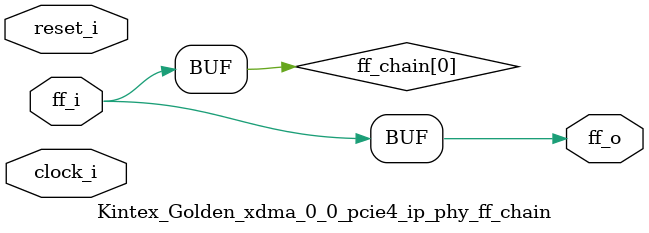
<source format=v>
/*****************************************************************************
** Description:
**    Flop Chain
**
******************************************************************************/

`timescale 1ps/1ps

`define AS_PHYREG(clk, reset, q, d, rstval)  \
   always @(posedge clk or posedge reset) begin \
      if (reset) \
         q  <= #(TCQ)   rstval;  \
      else  \
         q  <= #(TCQ)   d; \
   end

`define PHYREG(clk, reset, q, d, rstval)  \
   always @(posedge clk) begin \
      if (reset) \
         q  <= #(TCQ)   rstval;  \
      else  \
         q  <= #(TCQ)   d; \
   end

(* DowngradeIPIdentifiedWarnings = "yes" *)
module Kintex_Golden_xdma_0_0_pcie4_ip_phy_ff_chain #(
   // Parameters
   parameter integer PIPELINE_STAGES   = 0,        // 0 = no pipeline; 1 = 1 stage; 2 = 2 stages; 3 = 3 stages
   parameter         ASYNC             = "FALSE",
   parameter integer FF_WIDTH          = 1,
   parameter integer RST_VAL           = 0,
   parameter integer TCQ               = 1
)  (   
   input  wire                         clock_i,          
   input  wire                         reset_i,           
   input  wire [FF_WIDTH-1:0]          ff_i,            
   output wire [FF_WIDTH-1:0]          ff_o        
   );

   genvar   var_i;

   reg   [FF_WIDTH-1:0]          ff_chain [PIPELINE_STAGES:0];

   always @(*) ff_chain[0] = ff_i;

generate
   if (PIPELINE_STAGES > 0) begin:  with_ff_chain
      for (var_i = 0; var_i < PIPELINE_STAGES; var_i = var_i + 1) begin: ff_chain_gen
         if (ASYNC == "TRUE") begin: async_rst
            `AS_PHYREG(clock_i, reset_i, ff_chain[var_i+1], ff_chain[var_i], RST_VAL)
         end else begin: sync_rst
            `PHYREG(clock_i, reset_i, ff_chain[var_i+1], ff_chain[var_i], RST_VAL)
         end
      end
   end
endgenerate

   assign ff_o = ff_chain[PIPELINE_STAGES];

endmodule

</source>
